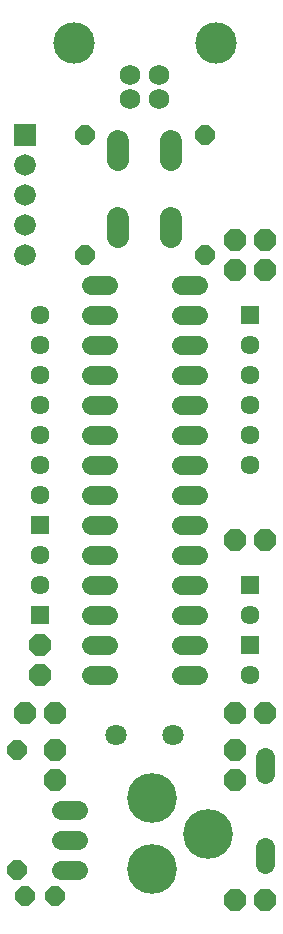
<source format=gts>
G75*
G70*
%OFA0B0*%
%FSLAX24Y24*%
%IPPOS*%
%LPD*%
%AMOC8*
5,1,8,0,0,1.08239X$1,22.5*
%
%ADD10C,0.0710*%
%ADD11OC8,0.0710*%
%ADD12C,0.0680*%
%ADD13C,0.1380*%
%ADD14OC8,0.0640*%
%ADD15C,0.0720*%
%ADD16C,0.0640*%
%ADD17R,0.0720X0.0720*%
%ADD18C,0.0720*%
%ADD19R,0.0635X0.0635*%
%ADD20C,0.0635*%
%ADD21C,0.1660*%
D10*
X008293Y008002D03*
X010193Y008002D03*
D11*
X012243Y007502D03*
X012243Y006502D03*
X012243Y008752D03*
X013243Y008752D03*
X013243Y014502D03*
X012243Y014502D03*
X012243Y023502D03*
X012243Y024502D03*
X013243Y024502D03*
X013243Y023502D03*
X005743Y011002D03*
X005743Y010002D03*
X005243Y008752D03*
X006243Y008752D03*
X006243Y007502D03*
X006243Y006502D03*
X012243Y002502D03*
X013243Y002502D03*
D12*
X009735Y029222D03*
X009735Y030002D03*
X008751Y030002D03*
X008751Y029222D03*
D13*
X006873Y031072D03*
X011613Y031072D03*
D14*
X004993Y003502D03*
X005243Y002627D03*
X006243Y002627D03*
X004993Y007502D03*
X007243Y024002D03*
X007243Y028002D03*
X011243Y028002D03*
X011243Y024002D03*
D15*
X010133Y024602D02*
X010133Y025242D01*
X010133Y027162D02*
X010133Y027802D01*
X008353Y027802D02*
X008353Y027162D01*
X008353Y025242D02*
X008353Y024602D01*
D16*
X008023Y023002D02*
X007463Y023002D01*
X007463Y022002D02*
X008023Y022002D01*
X008023Y021002D02*
X007463Y021002D01*
X007463Y020002D02*
X008023Y020002D01*
X008023Y019002D02*
X007463Y019002D01*
X007463Y018002D02*
X008023Y018002D01*
X008023Y017002D02*
X007463Y017002D01*
X007463Y016002D02*
X008023Y016002D01*
X008023Y015002D02*
X007463Y015002D01*
X007463Y014002D02*
X008023Y014002D01*
X008023Y013002D02*
X007463Y013002D01*
X007463Y012002D02*
X008023Y012002D01*
X008023Y011002D02*
X007463Y011002D01*
X007463Y010002D02*
X008023Y010002D01*
X010463Y010002D02*
X011023Y010002D01*
X011023Y011002D02*
X010463Y011002D01*
X010463Y012002D02*
X011023Y012002D01*
X011023Y013002D02*
X010463Y013002D01*
X010463Y014002D02*
X011023Y014002D01*
X011023Y015002D02*
X010463Y015002D01*
X010463Y016002D02*
X011023Y016002D01*
X011023Y017002D02*
X010463Y017002D01*
X010463Y018002D02*
X011023Y018002D01*
X011023Y019002D02*
X010463Y019002D01*
X010463Y020002D02*
X011023Y020002D01*
X011023Y021002D02*
X010463Y021002D01*
X010463Y022002D02*
X011023Y022002D01*
X011023Y023002D02*
X010463Y023002D01*
X013243Y007282D02*
X013243Y006722D01*
X013243Y004282D02*
X013243Y003722D01*
X007023Y003502D02*
X006463Y003502D01*
X006463Y004502D02*
X007023Y004502D01*
X007023Y005502D02*
X006463Y005502D01*
D17*
X005243Y028002D03*
D18*
X005243Y027002D03*
X005243Y026002D03*
X005243Y025002D03*
X005243Y024002D03*
D19*
X005743Y015002D03*
X005743Y012002D03*
X012743Y013002D03*
X012743Y011002D03*
X012743Y022002D03*
D20*
X012743Y021002D03*
X012743Y020002D03*
X012743Y019002D03*
X012743Y018002D03*
X012743Y017002D03*
X012743Y012002D03*
X012743Y010002D03*
X005743Y013002D03*
X005743Y014002D03*
X005743Y016002D03*
X005743Y017002D03*
X005743Y018002D03*
X005743Y019002D03*
X005743Y020002D03*
X005743Y021002D03*
X005743Y022002D03*
D21*
X009493Y005895D03*
X009493Y003533D03*
X011344Y004714D03*
M02*

</source>
